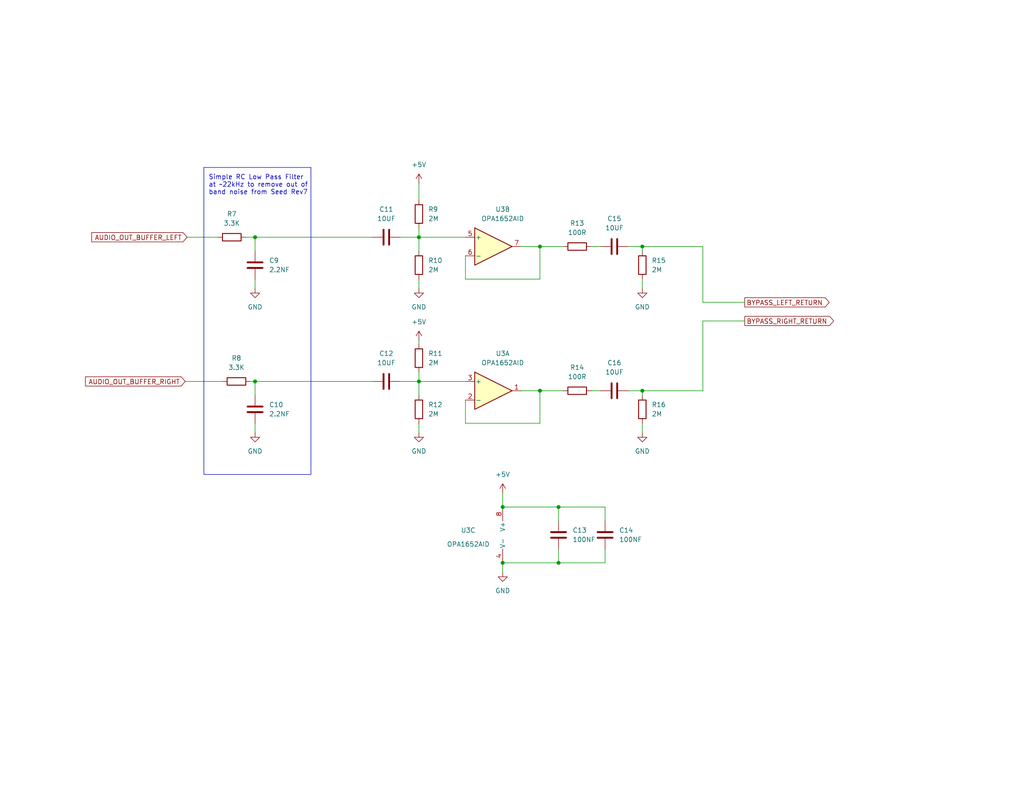
<source format=kicad_sch>
(kicad_sch (version 20250114) (generator "eeschema") (generator_version "9.0")
  (paper "USLetter")
  (title_block (title "Daisy Seed Guitar Pedal 125B") (date "2024-02-25") (rev "6") (company "Made by Keith Shepherd (kshep@mac.com)") (comment 1 "https://github.com/electro-smith/Hardware/blob/master/reference/daisy_petal/") (comment 2 "Schematic from the Electro-Smith Daisy Petal Reference Hardware Rev 5"))
  (lib_symbols
    (symbol "Amplifier_Operational:OPA1612AxD" (pin_names (offset 0.127))
      (property "Reference" "U" (at 0 5.08 0))
      (property "Value" "OPA1612AxD" (at 0 -5.08 0))
      (symbol "OPA1612AxD_1_1"
        (polyline (pts (xy -5.08 5.08) (xy 5.08 0) (xy -5.08 -5.08) (xy -5.08 5.08)) (stroke (width 0.254)) (fill (type background)))
        (pin input line (at -7.62 2.54 0) (length 2.54) (name "+") (number "3"))
        (pin input line (at -7.62 -2.54 0) (length 2.54) (name "-") (number "2"))
        (pin output line (at 7.62 0 180) (length 2.54) (name "~") (number "1"))
      )
      (symbol "OPA1612AxD_2_1"
        (polyline (pts (xy -5.08 5.08) (xy 5.08 0) (xy -5.08 -5.08) (xy -5.08 5.08)) (stroke (width 0.254)) (fill (type background)))
        (pin input line (at -7.62 2.54 0) (length 2.54) (name "+") (number "5"))
        (pin input line (at -7.62 -2.54 0) (length 2.54) (name "-") (number "6"))
        (pin output line (at 7.62 0 180) (length 2.54) (name "~") (number "7"))
      )
      (symbol "OPA1612AxD_3_1"
        (pin power_in line (at -2.54 7.62 270) (length 3.81) (name "V+") (number "8"))
        (pin power_in line (at -2.54 -7.62 90) (length 3.81) (name "V-") (number "4"))
      )
    )
    (symbol "Device:C" (pin_numbers (hide yes)) (pin_names (offset 0.254))
      (property "Reference" "C" (at 0.635 2.54 0))
      (property "Value" "C" (at 0.635 -2.54 0))
      (symbol "C_0_1"
        (polyline (pts (xy -2.032 0.762) (xy 2.032 0.762)) (stroke (width 0.508)))
        (polyline (pts (xy -2.032 -0.762) (xy 2.032 -0.762)) (stroke (width 0.508)))
      )
      (symbol "C_1_1"
        (pin passive line (at 0 3.81 270) (length 2.794) (name "~") (number "1"))
        (pin passive line (at 0 -3.81 90) (length 2.794) (name "~") (number "2"))
      )
    )
    (symbol "Device:R" (pin_numbers (hide yes)) (pin_names (offset 0))
      (property "Reference" "R" (at 2.032 0 90))
      (property "Value" "R" (at 0 0 90))
      (symbol "R_0_1"
        (rectangle (start -1.016 -2.54) (end 1.016 2.54) (stroke (width 0.254)))
      )
      (symbol "R_1_1"
        (pin passive line (at 0 3.81 270) (length 1.27) (name "~") (number "1"))
        (pin passive line (at 0 -3.81 90) (length 1.27) (name "~") (number "2"))
      )
    )
    (symbol "power:+5V" (power) (pin_names (offset 0))
      (property "Value" "+5V" (at 0 3.556 0))
      (symbol "+5V_0_1"
        (polyline (pts (xy -0.762 1.27) (xy 0 2.54)))
        (polyline (pts (xy 0 2.54) (xy 0.762 1.27)))
        (polyline (pts (xy 0 0) (xy 0 2.54)))
      )
      (symbol "+5V_1_1"
        (pin power_in line (at 0 0 90) (length 0) (hide yes) (name "+5V") (number "1"))
      )
    )
    (symbol "power:GND" (power) (pin_names (offset 0))
      (property "Value" "GND" (at 0 -3.81 0))
      (symbol "GND_0_1"
        (polyline (pts (xy 0 0) (xy 0 -1.27) (xy 1.27 -1.27) (xy 0 -2.54) (xy -1.27 -1.27) (xy 0 -1.27)))
      )
      (symbol "GND_1_1"
        (pin power_in line (at 0 0 270) (length 0) (hide yes) (name "GND") (number "1"))
      )
    )
  )
  (rectangle (start 55.626 45.72) (end 84.836 129.54))
  (text "Simple RC Low Pass Filter\nat ~22kHz to remove out of\nband noise from Seed Rev7" (at 56.896 53.34 0) (effects (font (size 1.27 1.27)) (justify left bottom)))
  (junction (at 175.26 106.68))
  (junction (at 147.32 106.68))
  (junction (at 152.4 153.67))
  (junction (at 137.16 153.67))
  (junction (at 175.26 67.31))
  (junction (at 114.3 104.14))
  (junction (at 69.596 104.14))
  (junction (at 114.3 64.77))
  (junction (at 147.32 67.31))
  (junction (at 69.596 64.77))
  (junction (at 152.4 138.43))
  (junction (at 137.16 138.43))
  (wire (pts (xy 171.45 106.68) (xy 175.26 106.68)))
  (wire (pts (xy 68.326 104.14) (xy 69.596 104.14)))
  (wire (pts (xy 165.1 138.43) (xy 165.1 142.24)))
  (wire (pts (xy 137.16 134.62) (xy 137.16 138.43)))
  (wire (pts (xy 161.29 67.31) (xy 163.83 67.31)))
  (wire (pts (xy 114.3 104.14) (xy 114.3 107.95)))
  (wire (pts (xy 114.3 115.57) (xy 114.3 118.11)))
  (wire (pts (xy 114.3 64.77) (xy 114.3 62.23)))
  (wire (pts (xy 127 69.85) (xy 127 76.2)))
  (wire (pts (xy 147.32 76.2) (xy 127 76.2)))
  (wire (pts (xy 114.3 64.77) (xy 127 64.77)))
  (wire (pts (xy 114.3 54.61) (xy 114.3 50.038)))
  (wire (pts (xy 152.4 153.67) (xy 165.1 153.67)))
  (wire (pts (xy 51.054 64.77) (xy 59.436 64.77)))
  (wire (pts (xy 142.24 67.31) (xy 147.32 67.31)))
  (wire (pts (xy 69.596 107.95) (xy 69.596 104.14)))
  (wire (pts (xy 165.1 149.86) (xy 165.1 153.67)))
  (wire (pts (xy 175.26 106.68) (xy 191.77 106.68)))
  (wire (pts (xy 191.77 82.55) (xy 203.2 82.55)))
  (wire (pts (xy 114.3 104.14) (xy 127 104.14)))
  (wire (pts (xy 175.26 115.57) (xy 175.26 118.11)))
  (wire (pts (xy 161.29 106.68) (xy 163.83 106.68)))
  (wire (pts (xy 191.77 67.31) (xy 191.77 82.55)))
  (wire (pts (xy 142.24 106.68) (xy 147.32 106.68)))
  (wire (pts (xy 175.26 76.2) (xy 175.26 78.74)))
  (wire (pts (xy 114.3 76.2) (xy 114.3 78.74)))
  (wire (pts (xy 137.16 138.43) (xy 152.4 138.43)))
  (wire (pts (xy 171.45 67.31) (xy 175.26 67.31)))
  (wire (pts (xy 137.16 153.67) (xy 152.4 153.67)))
  (wire (pts (xy 69.596 76.2) (xy 69.596 78.74)))
  (wire (pts (xy 127 109.22) (xy 127 115.57)))
  (wire (pts (xy 175.26 106.68) (xy 175.26 107.95)))
  (wire (pts (xy 69.596 64.77) (xy 101.6 64.77)))
  (wire (pts (xy 152.4 138.43) (xy 152.4 142.24)))
  (wire (pts (xy 175.26 67.31) (xy 175.26 68.58)))
  (wire (pts (xy 152.4 138.43) (xy 165.1 138.43)))
  (wire (pts (xy 67.056 64.77) (xy 69.596 64.77)))
  (wire (pts (xy 147.32 106.68) (xy 153.67 106.68)))
  (wire (pts (xy 109.22 104.14) (xy 114.3 104.14)))
  (wire (pts (xy 175.26 67.31) (xy 191.77 67.31)))
  (wire (pts (xy 109.22 64.77) (xy 114.3 64.77)))
  (wire (pts (xy 152.4 149.86) (xy 152.4 153.67)))
  (wire (pts (xy 191.77 106.68) (xy 191.77 87.63)))
  (wire (pts (xy 69.596 68.58) (xy 69.596 64.77)))
  (wire (pts (xy 69.596 115.57) (xy 69.596 118.11)))
  (wire (pts (xy 114.3 64.77) (xy 114.3 68.58)))
  (wire (pts (xy 114.3 104.14) (xy 114.3 101.6)))
  (wire (pts (xy 147.32 67.31) (xy 153.67 67.31)))
  (wire (pts (xy 137.16 153.67) (xy 137.16 156.21)))
  (wire (pts (xy 50.546 104.14) (xy 60.706 104.14)))
  (wire (pts (xy 147.32 115.57) (xy 127 115.57)))
  (wire (pts (xy 147.32 67.31) (xy 147.32 76.2)))
  (wire (pts (xy 191.77 87.63) (xy 203.2 87.63)))
  (wire (pts (xy 114.3 93.98) (xy 114.3 92.964)))
  (wire (pts (xy 69.596 104.14) (xy 101.6 104.14)))
  (wire (pts (xy 147.32 106.68) (xy 147.32 115.57)))
  (global_label "AUDIO_OUT_BUFFER_RIGHT" (shape input) (at 50.546 104.14 180) (property "Intersheetrefs" "${INTERSHEET_REFS}" (effects (hide yes))))
  (global_label "BYPASS_RIGHT_RETURN" (shape output) (at 203.2 87.63 0) (property "Intersheetrefs" "${INTERSHEET_REFS}" (effects (hide yes))))
  (global_label "AUDIO_OUT_BUFFER_LEFT" (shape input) (at 51.054 64.77 180) (property "Intersheetrefs" "${INTERSHEET_REFS}" (effects (hide yes))))
  (global_label "BYPASS_LEFT_RETURN" (shape output) (at 203.2 82.55 0) (property "Intersheetrefs" "${INTERSHEET_REFS}" (effects (hide yes))))
  (symbol (lib_id "power:GND") (at 175.26 118.11 0) (unit 1)
    (property "Reference" "#PWR031" (effects (hide yes)))
    (property "Value" "GND" (at 175.26 123.19 0))
  )
  (symbol (lib_id "Device:R") (at 114.3 111.76 0) (unit 1)
    (property "Reference" "R12" (at 116.84 110.4899 0) (effects (justify left)))
    (property "Value" "2M" (at 116.84 113.0299 0) (effects (justify left)))
    (property "Footprint" "Resistor_SMD:R_0805_2012Metric" (effects (hide yes)))
    (property "MPN" "C26112" (effects (hide yes)))
  )
  (symbol (lib_id "Device:C") (at 105.41 64.77 270) (unit 1)
    (property "Reference" "C11" (at 105.41 57.15 90))
    (property "Value" "10UF" (at 105.41 59.69 90))
    (property "Footprint" "Capacitor_SMD:C_0805_2012Metric" (effects (hide yes)))
    (property "MPN" "C15850" (effects (hide yes)))
  )
  (symbol (lib_id "Amplifier_Operational:OPA1612AxD") (at 134.62 106.68 0) (unit 1)
    (property "Reference" "U3" (at 137.16 96.52 0))
    (property "Value" "OPA1652AID" (at 137.16 99.06 0))
    (property "Footprint" "Package_SO:SOIC-8_3.9x4.9mm_P1.27mm" (effects (hide yes)))
    (property "Datasheet" "http://www.ti.com/lit/ds/symlink/opa1652.pdf" (effects (hide yes)))
    (property "MPN" "C30025" (effects (hide yes)))
  )
  (symbol (lib_id "Device:C") (at 165.1 146.05 0) (unit 1)
    (property "Reference" "C14" (at 168.91 144.7799 0) (effects (justify left)))
    (property "Value" "100NF" (at 168.91 147.3199 0) (effects (justify left)))
    (property "Footprint" "Capacitor_SMD:C_0805_2012Metric" (effects (hide yes)))
    (property "MPN" "C49678" (effects (hide yes)))
  )
  (symbol (lib_id "power:GND") (at 175.26 78.74 0) (unit 1)
    (property "Reference" "#PWR030" (effects (hide yes)))
    (property "Value" "GND" (at 175.26 83.82 0))
  )
  (symbol (lib_id "power:+5V") (at 137.16 134.62 0) (unit 1)
    (property "Reference" "#PWR028" (effects (hide yes)))
    (property "Value" "+5V" (at 137.16 129.54 0))
  )
  (symbol (lib_id "power:GND") (at 69.596 118.11 0) (unit 1)
    (property "Reference" "#PWR023" (effects (hide yes)))
    (property "Value" "GND" (at 69.596 123.19 0))
  )
  (symbol (lib_id "Device:R") (at 114.3 72.39 0) (unit 1)
    (property "Reference" "R10" (at 116.84 71.1199 0) (effects (justify left)))
    (property "Value" "2M" (at 116.84 73.6599 0) (effects (justify left)))
    (property "Footprint" "Resistor_SMD:R_0805_2012Metric" (effects (hide yes)))
    (property "MPN" "C26112" (effects (hide yes)))
  )
  (symbol (lib_id "Device:C") (at 69.596 111.76 0) (unit 1)
    (property "Reference" "C10" (at 73.406 110.49 0) (effects (justify left)))
    (property "Value" "2.2NF" (at 73.406 113.03 0) (effects (justify left)))
    (property "Footprint" "Capacitor_SMD:C_0805_2012Metric" (effects (hide yes)))
    (property "MPN" "C28260" (effects (hide yes)))
  )
  (symbol (lib_id "Device:R") (at 114.3 97.79 0) (unit 1)
    (property "Reference" "R11" (at 116.84 96.5199 0) (effects (justify left)))
    (property "Value" "2M" (at 116.84 99.0599 0) (effects (justify left)))
    (property "Footprint" "Resistor_SMD:R_0805_2012Metric" (effects (hide yes)))
    (property "MPN" "C26112" (effects (hide yes)))
  )
  (symbol (lib_id "Device:R") (at 114.3 58.42 0) (unit 1)
    (property "Reference" "R9" (at 116.84 57.1499 0) (effects (justify left)))
    (property "Value" "2M" (at 116.84 59.6899 0) (effects (justify left)))
    (property "Footprint" "Resistor_SMD:R_0805_2012Metric" (effects (hide yes)))
    (property "MPN" "C26112" (effects (hide yes)))
  )
  (symbol (lib_id "power:GND") (at 114.3 78.74 0) (unit 1)
    (property "Reference" "#PWR025" (effects (hide yes)))
    (property "Value" "GND" (at 114.3 83.82 0))
  )
  (symbol (lib_id "power:+5V") (at 114.3 50.038 0) (unit 1)
    (property "Reference" "#PWR024" (effects (hide yes)))
    (property "Value" "+5V" (at 114.3 44.958 0))
  )
  (symbol (lib_id "Amplifier_Operational:OPA1612AxD") (at 139.7 146.05 0) (unit 3)
    (property "Reference" "U3" (at 125.73 144.78 0) (effects (justify left)))
    (property "Value" "OPA1652AID" (at 121.92 148.59 0) (effects (justify left)))
    (property "Footprint" "Package_SO:SOIC-8_3.9x4.9mm_P1.27mm" (effects (hide yes)))
    (property "Datasheet" "http://www.ti.com/lit/ds/symlink/opa1652.pdf" (effects (hide yes)))
    (property "MPN" "C30025" (effects (hide yes)))
  )
  (symbol (lib_id "power:+5V") (at 114.3 92.964 0) (unit 1)
    (property "Reference" "#PWR026" (effects (hide yes)))
    (property "Value" "+5V" (at 114.3 87.884 0))
  )
  (symbol (lib_id "Device:C") (at 167.64 67.31 90) (unit 1)
    (property "Reference" "C15" (at 167.64 59.69 90))
    (property "Value" "10UF" (at 167.64 62.23 90))
    (property "Footprint" "Capacitor_SMD:C_0805_2012Metric" (effects (hide yes)))
    (property "MPN" "C15850" (effects (hide yes)))
  )
  (symbol (lib_id "Amplifier_Operational:OPA1612AxD") (at 134.62 67.31 0) (unit 2)
    (property "Reference" "U3" (at 137.16 57.15 0))
    (property "Value" "OPA1652AID" (at 137.16 59.69 0))
    (property "Footprint" "Package_SO:SOIC-8_3.9x4.9mm_P1.27mm" (effects (hide yes)))
    (property "Datasheet" "http://www.ti.com/lit/ds/symlink/opa1652.pdf" (effects (hide yes)))
    (property "MPN" "C30025" (effects (hide yes)))
  )
  (symbol (lib_id "power:GND") (at 114.3 118.11 0) (unit 1)
    (property "Reference" "#PWR027" (effects (hide yes)))
    (property "Value" "GND" (at 114.3 123.19 0))
  )
  (symbol (lib_id "Device:C") (at 69.596 72.39 0) (unit 1)
    (property "Reference" "C9" (at 73.406 71.12 0) (effects (justify left)))
    (property "Value" "2.2NF" (at 73.406 73.66 0) (effects (justify left)))
    (property "Footprint" "Capacitor_SMD:C_0805_2012Metric" (effects (hide yes)))
    (property "MPN" "C28260" (effects (hide yes)))
  )
  (symbol (lib_id "Device:C") (at 167.64 106.68 90) (unit 1)
    (property "Reference" "C16" (at 167.64 99.06 90))
    (property "Value" "10UF" (at 167.64 101.6 90))
    (property "Footprint" "Capacitor_SMD:C_0805_2012Metric" (effects (hide yes)))
    (property "MPN" "C15850" (effects (hide yes)))
  )
  (symbol (lib_id "Device:R") (at 157.48 67.31 90) (unit 1)
    (property "Reference" "R13" (at 157.48 60.96 90))
    (property "Value" "100R" (at 157.48 63.5 90))
    (property "Footprint" "Resistor_SMD:R_0805_2012Metric" (effects (hide yes)))
    (property "MPN" "C17408" (effects (hide yes)))
  )
  (symbol (lib_id "power:GND") (at 137.16 156.21 0) (unit 1)
    (property "Reference" "#PWR029" (effects (hide yes)))
    (property "Value" "GND" (at 137.16 161.29 0))
  )
  (symbol (lib_id "Device:R") (at 157.48 106.68 90) (unit 1)
    (property "Reference" "R14" (at 157.48 100.33 90))
    (property "Value" "100R" (at 157.48 102.87 90))
    (property "Footprint" "Resistor_SMD:R_0805_2012Metric" (effects (hide yes)))
    (property "MPN" "C17408" (effects (hide yes)))
  )
  (symbol (lib_id "Device:C") (at 105.41 104.14 270) (unit 1)
    (property "Reference" "C12" (at 105.41 96.52 90))
    (property "Value" "10UF" (at 105.41 99.06 90))
    (property "Footprint" "Capacitor_SMD:C_0805_2012Metric" (effects (hide yes)))
    (property "MPN" "C15850" (effects (hide yes)))
  )
  (symbol (lib_id "Device:R") (at 175.26 72.39 0) (unit 1)
    (property "Reference" "R15" (at 177.8 71.1199 0) (effects (justify left)))
    (property "Value" "2M" (at 177.8 73.6599 0) (effects (justify left)))
    (property "Footprint" "Resistor_SMD:R_0805_2012Metric" (effects (hide yes)))
    (property "MPN" "C26112" (effects (hide yes)))
  )
  (symbol (lib_id "Device:R") (at 175.26 111.76 0) (unit 1)
    (property "Reference" "R16" (at 177.8 110.4899 0) (effects (justify left)))
    (property "Value" "2M" (at 177.8 113.0299 0) (effects (justify left)))
    (property "Footprint" "Resistor_SMD:R_0805_2012Metric" (effects (hide yes)))
    (property "MPN" "C26112" (effects (hide yes)))
  )
  (symbol (lib_id "power:GND") (at 69.596 78.74 0) (unit 1)
    (property "Reference" "#PWR022" (effects (hide yes)))
    (property "Value" "GND" (at 69.596 83.82 0))
  )
  (symbol (lib_id "Device:C") (at 152.4 146.05 0) (unit 1)
    (property "Reference" "C13" (at 156.21 144.7799 0) (effects (justify left)))
    (property "Value" "100NF" (at 156.21 147.3199 0) (effects (justify left)))
    (property "Footprint" "Capacitor_SMD:C_0805_2012Metric" (effects (hide yes)))
    (property "MPN" "C49678" (effects (hide yes)))
  )
  (symbol (lib_id "Device:R") (at 63.246 64.77 90) (unit 1)
    (property "Reference" "R7" (at 63.246 58.42 90))
    (property "Value" "3.3K" (at 63.246 60.96 90))
    (property "Footprint" "Resistor_SMD:R_0805_2012Metric" (effects (hide yes)))
    (property "MPN" "C26010" (effects (hide yes)))
  )
  (symbol (lib_id "Device:R") (at 64.516 104.14 90) (unit 1)
    (property "Reference" "R8" (at 64.516 97.79 90))
    (property "Value" "3.3K" (at 64.516 100.33 90))
    (property "Footprint" "Resistor_SMD:R_0805_2012Metric" (effects (hide yes)))
    (property "MPN" "C26010" (effects (hide yes)))
  )
)
</source>
